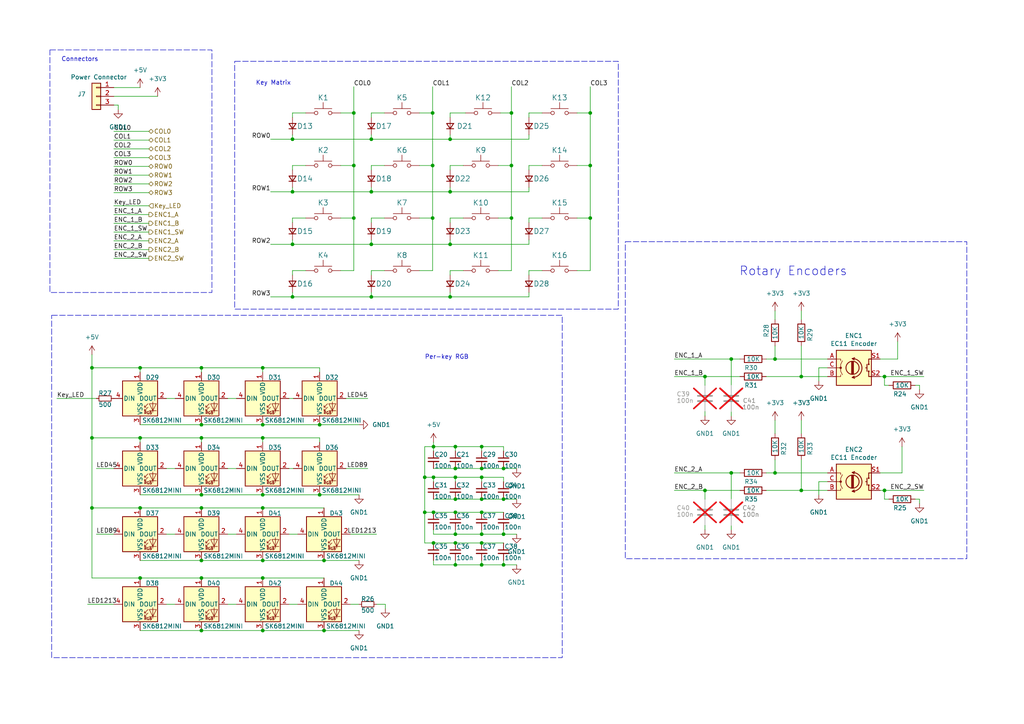
<source format=kicad_sch>
(kicad_sch (version 20230121) (generator eeschema)
  (paper "A4")
  (title_block (title "STM32 Macropad") (date "2023-12-06") (rev "1") (company "Irfaan"))
  (junction (at 76.2 182.88))
  (junction (at 125.73 138.43))
  (junction (at 123.19 148.59))
  (junction (at 40.64 167.64))
  (junction (at 148.336 48.006))
  (junction (at 212.09 137.16))
  (junction (at 204.47 109.22))
  (junction (at 204.47 142.24))
  (junction (at 125.73 157.48))
  (junction (at 107.696 40.386))
  (junction (at 58.42 106.68))
  (junction (at 123.19 138.43))
  (junction (at 102.616 32.766))
  (junction (at 84.836 55.626))
  (junction (at 146.05 154.94))
  (junction (at 84.836 86.106))
  (junction (at 232.41 109.22))
  (junction (at 171.196 32.766))
  (junction (at 76.2 167.64))
  (junction (at 102.616 63.246))
  (junction (at 76.2 106.68))
  (junction (at 148.336 63.246))
  (junction (at 125.73 148.59))
  (junction (at 76.2 123.19))
  (junction (at 256.54 142.24))
  (junction (at 76.2 127))
  (junction (at 139.7 135.89))
  (junction (at 130.556 70.866))
  (junction (at 132.08 138.43))
  (junction (at 76.2 147.32))
  (junction (at 58.42 162.56))
  (junction (at 125.476 48.006))
  (junction (at 130.556 55.626))
  (junction (at 212.09 104.14))
  (junction (at 107.696 86.106))
  (junction (at 224.79 137.16))
  (junction (at 58.42 147.32))
  (junction (at 125.73 129.54))
  (junction (at 93.98 182.88))
  (junction (at 139.7 138.43))
  (junction (at 132.08 154.94))
  (junction (at 26.67 127))
  (junction (at 107.696 70.866))
  (junction (at 76.2 162.56))
  (junction (at 146.05 163.83))
  (junction (at 58.42 127))
  (junction (at 84.836 40.386))
  (junction (at 40.64 147.32))
  (junction (at 139.7 129.54))
  (junction (at 76.2 143.51))
  (junction (at 139.7 157.48))
  (junction (at 139.7 163.83))
  (junction (at 132.08 135.89))
  (junction (at 58.42 182.88))
  (junction (at 139.7 148.59))
  (junction (at 26.67 147.32))
  (junction (at 58.42 123.19))
  (junction (at 40.64 106.68))
  (junction (at 130.556 86.106))
  (junction (at 132.08 157.48))
  (junction (at 132.08 129.54))
  (junction (at 58.42 143.51))
  (junction (at 139.7 144.78))
  (junction (at 92.71 143.51))
  (junction (at 92.71 123.19))
  (junction (at 93.98 162.56))
  (junction (at 148.336 32.766))
  (junction (at 102.616 48.006))
  (junction (at 232.41 142.24))
  (junction (at 171.196 48.006))
  (junction (at 224.79 104.14))
  (junction (at 125.476 32.766))
  (junction (at 107.696 55.626))
  (junction (at 256.54 109.22))
  (junction (at 146.05 135.89))
  (junction (at 40.64 127))
  (junction (at 125.476 63.246))
  (junction (at 130.556 40.386))
  (junction (at 146.05 144.78))
  (junction (at 132.08 144.78))
  (junction (at 26.67 106.68))
  (junction (at 139.7 154.94))
  (junction (at 84.836 70.866))
  (junction (at 58.42 167.64))
  (junction (at 132.08 148.59))
  (junction (at 171.196 63.246))
  (junction (at 132.08 163.83))
  (wire (pts (xy 107.696 63.246) (xy 111.506 63.246)))
  (wire (pts (xy 224.79 104.14) (xy 240.03 104.14)))
  (wire (pts (xy 149.86 144.78) (xy 146.05 144.78)))
  (wire (pts (xy 78.486 70.866) (xy 84.836 70.866)))
  (wire (pts (xy 125.476 25.146) (xy 125.476 32.766)))
  (wire (pts (xy 171.196 63.246) (xy 171.196 78.486)))
  (wire (pts (xy 130.556 70.866) (xy 153.416 70.866)))
  (wire (pts (xy 125.73 154.94) (xy 132.08 154.94)))
  (wire (pts (xy 106.68 115.57) (xy 100.33 115.57)))
  (wire (pts (xy 43.18 53.34) (xy 33.02 53.34)))
  (wire (pts (xy 204.47 109.22) (xy 214.63 109.22)))
  (wire (pts (xy 76.2 147.32) (xy 93.98 147.32)))
  (wire (pts (xy 224.79 100.33) (xy 224.79 104.14)))
  (wire (pts (xy 132.08 153.67) (xy 132.08 154.94)))
  (wire (pts (xy 148.336 63.246) (xy 148.336 78.486)))
  (wire (pts (xy 58.42 106.68) (xy 58.42 107.95)))
  (wire (pts (xy 139.7 129.54) (xy 139.7 130.81)))
  (wire (pts (xy 130.556 39.116) (xy 130.556 40.386)))
  (wire (pts (xy 266.7 111.76) (xy 266.7 113.03)))
  (wire (pts (xy 171.196 48.006) (xy 171.196 63.246)))
  (wire (pts (xy 132.08 138.43) (xy 132.08 139.7)))
  (wire (pts (xy 40.64 143.51) (xy 58.42 143.51)))
  (wire (pts (xy 33.02 45.72) (xy 43.18 45.72)))
  (wire (pts (xy 106.68 135.89) (xy 100.33 135.89)))
  (wire (pts (xy 130.556 78.486) (xy 130.556 79.756)))
  (wire (pts (xy 26.67 147.32) (xy 40.64 147.32)))
  (wire (pts (xy 125.73 129.54) (xy 123.19 129.54)))
  (wire (pts (xy 153.416 69.596) (xy 153.416 70.866)))
  (wire (pts (xy 40.64 182.88) (xy 58.42 182.88)))
  (wire (pts (xy 78.486 86.106) (xy 84.836 86.106)))
  (wire (pts (xy 139.7 163.83) (xy 146.05 163.83)))
  (wire (pts (xy 123.19 148.59) (xy 125.73 148.59)))
  (wire (pts (xy 123.19 129.54) (xy 123.19 138.43)))
  (wire (pts (xy 84.836 48.006) (xy 88.646 48.006)))
  (wire (pts (xy 255.27 109.22) (xy 256.54 109.22)))
  (wire (pts (xy 78.486 40.386) (xy 84.836 40.386)))
  (wire (pts (xy 58.42 162.56) (xy 76.2 162.56)))
  (wire (pts (xy 132.08 162.56) (xy 132.08 163.83)))
  (wire (pts (xy 195.58 104.14) (xy 212.09 104.14)))
  (wire (pts (xy 33.02 48.26) (xy 43.18 48.26)))
  (wire (pts (xy 107.696 54.356) (xy 107.696 55.626)))
  (wire (pts (xy 153.416 84.836) (xy 153.416 86.106)))
  (wire (pts (xy 27.94 135.89) (xy 33.02 135.89)))
  (wire (pts (xy 144.526 48.006) (xy 148.336 48.006)))
  (wire (pts (xy 121.666 78.486) (xy 125.476 78.486)))
  (wire (pts (xy 34.29 31.75) (xy 34.29 30.48)))
  (wire (pts (xy 224.79 133.35) (xy 224.79 137.16)))
  (wire (pts (xy 84.836 55.626) (xy 107.696 55.626)))
  (wire (pts (xy 212.09 137.16) (xy 195.58 137.16)))
  (wire (pts (xy 84.836 69.596) (xy 84.836 70.866)))
  (wire (pts (xy 40.64 106.68) (xy 58.42 106.68)))
  (wire (pts (xy 66.04 135.89) (xy 68.58 135.89)))
  (wire (pts (xy 232.41 90.17) (xy 232.41 92.71)))
  (wire (pts (xy 83.82 135.89) (xy 85.09 135.89)))
  (wire (pts (xy 153.416 32.766) (xy 157.226 32.766)))
  (wire (pts (xy 107.696 78.486) (xy 111.506 78.486)))
  (wire (pts (xy 224.79 137.16) (xy 240.03 137.16)))
  (wire (pts (xy 232.41 100.33) (xy 232.41 109.22)))
  (wire (pts (xy 26.67 167.64) (xy 40.64 167.64)))
  (wire (pts (xy 153.416 78.486) (xy 153.416 79.756)))
  (wire (pts (xy 132.08 163.83) (xy 139.7 163.83)))
  (wire (pts (xy 139.7 154.94) (xy 146.05 154.94)))
  (wire (pts (xy 125.73 129.54) (xy 132.08 129.54)))
  (wire (pts (xy 40.64 162.56) (xy 58.42 162.56)))
  (wire (pts (xy 58.42 143.51) (xy 76.2 143.51)))
  (wire (pts (xy 84.836 78.486) (xy 88.646 78.486)))
  (wire (pts (xy 153.416 54.356) (xy 153.416 55.626)))
  (wire (pts (xy 153.416 63.246) (xy 153.416 64.516)))
  (wire (pts (xy 212.09 137.16) (xy 214.63 137.16)))
  (wire (pts (xy 98.806 78.486) (xy 102.616 78.486)))
  (wire (pts (xy 167.386 48.006) (xy 171.196 48.006)))
  (wire (pts (xy 121.666 32.766) (xy 125.476 32.766)))
  (wire (pts (xy 204.47 111.76) (xy 204.47 109.22)))
  (wire (pts (xy 84.836 54.356) (xy 84.836 55.626)))
  (wire (pts (xy 204.47 152.4) (xy 204.47 153.67)))
  (wire (pts (xy 107.696 84.836) (xy 107.696 86.106)))
  (wire (pts (xy 83.82 175.26) (xy 86.36 175.26)))
  (wire (pts (xy 260.35 104.14) (xy 260.35 99.06)))
  (wire (pts (xy 43.18 69.85) (xy 33.02 69.85)))
  (wire (pts (xy 149.86 154.94) (xy 146.05 154.94)))
  (wire (pts (xy 240.03 109.22) (xy 232.41 109.22)))
  (wire (pts (xy 130.556 32.766) (xy 130.556 34.036)))
  (wire (pts (xy 222.25 137.16) (xy 224.79 137.16)))
  (wire (pts (xy 232.41 121.92) (xy 232.41 125.73)))
  (wire (pts (xy 153.416 32.766) (xy 153.416 34.036)))
  (wire (pts (xy 265.43 144.78) (xy 266.7 144.78)))
  (wire (pts (xy 125.476 48.006) (xy 125.476 63.246)))
  (wire (pts (xy 84.836 32.766) (xy 84.836 34.036)))
  (wire (pts (xy 153.416 48.006) (xy 153.416 49.276)))
  (wire (pts (xy 125.73 148.59) (xy 132.08 148.59)))
  (wire (pts (xy 153.416 63.246) (xy 157.226 63.246)))
  (wire (pts (xy 224.79 121.92) (xy 224.79 125.73)))
  (wire (pts (xy 212.09 104.14) (xy 212.09 111.76)))
  (wire (pts (xy 98.806 63.246) (xy 102.616 63.246)))
  (wire (pts (xy 43.18 64.77) (xy 33.02 64.77)))
  (wire (pts (xy 212.09 120.65) (xy 212.09 119.38)))
  (wire (pts (xy 132.08 138.43) (xy 139.7 138.43)))
  (wire (pts (xy 48.26 175.26) (xy 50.8 175.26)))
  (wire (pts (xy 76.2 143.51) (xy 92.71 143.51)))
  (wire (pts (xy 76.2 123.19) (xy 92.71 123.19)))
  (wire (pts (xy 107.696 69.596) (xy 107.696 70.866)))
  (wire (pts (xy 123.19 148.59) (xy 123.19 157.48)))
  (wire (pts (xy 76.2 106.68) (xy 76.2 107.95)))
  (wire (pts (xy 48.26 115.57) (xy 50.8 115.57)))
  (wire (pts (xy 26.67 102.87) (xy 26.67 106.68)))
  (wire (pts (xy 132.08 157.48) (xy 139.7 157.48)))
  (wire (pts (xy 84.836 84.836) (xy 84.836 86.106)))
  (wire (pts (xy 45.72 27.94) (xy 33.02 27.94)))
  (wire (pts (xy 84.836 86.106) (xy 107.696 86.106)))
  (wire (pts (xy 153.416 48.006) (xy 157.226 48.006)))
  (wire (pts (xy 58.42 167.64) (xy 76.2 167.64)))
  (wire (pts (xy 40.64 106.68) (xy 40.64 107.95)))
  (wire (pts (xy 261.62 137.16) (xy 261.62 129.54)))
  (wire (pts (xy 83.82 154.94) (xy 86.36 154.94)))
  (wire (pts (xy 132.08 135.89) (xy 139.7 135.89)))
  (wire (pts (xy 58.42 182.88) (xy 76.2 182.88)))
  (wire (pts (xy 84.836 70.866) (xy 107.696 70.866)))
  (wire (pts (xy 83.82 115.57) (xy 85.09 115.57)))
  (wire (pts (xy 125.73 138.43) (xy 132.08 138.43)))
  (wire (pts (xy 232.41 142.24) (xy 240.03 142.24)))
  (wire (pts (xy 107.696 32.766) (xy 111.506 32.766)))
  (wire (pts (xy 130.556 63.246) (xy 130.556 64.516)))
  (wire (pts (xy 40.64 167.64) (xy 58.42 167.64)))
  (wire (pts (xy 102.616 32.766) (xy 102.616 48.006)))
  (wire (pts (xy 148.336 25.146) (xy 148.336 32.766)))
  (wire (pts (xy 66.04 175.26) (xy 68.58 175.26)))
  (wire (pts (xy 130.556 63.246) (xy 134.366 63.246)))
  (wire (pts (xy 212.09 137.16) (xy 212.09 144.78)))
  (wire (pts (xy 195.58 109.22) (xy 204.47 109.22)))
  (wire (pts (xy 256.54 144.78) (xy 256.54 142.24)))
  (wire (pts (xy 84.836 40.386) (xy 107.696 40.386)))
  (wire (pts (xy 240.03 139.7) (xy 237.49 139.7)))
  (wire (pts (xy 58.42 127) (xy 76.2 127)))
  (wire (pts (xy 130.556 40.386) (xy 153.416 40.386)))
  (wire (pts (xy 130.556 78.486) (xy 134.366 78.486)))
  (wire (pts (xy 102.616 63.246) (xy 102.616 78.486)))
  (wire (pts (xy 40.64 127) (xy 58.42 127)))
  (wire (pts (xy 132.08 129.54) (xy 139.7 129.54)))
  (wire (pts (xy 66.04 154.94) (xy 68.58 154.94)))
  (wire (pts (xy 257.81 111.76) (xy 256.54 111.76)))
  (wire (pts (xy 237.49 106.68) (xy 237.49 110.49)))
  (wire (pts (xy 25.4 175.26) (xy 33.02 175.26)))
  (wire (pts (xy 130.556 54.356) (xy 130.556 55.626)))
  (wire (pts (xy 148.336 48.006) (xy 148.336 63.246)))
  (wire (pts (xy 240.03 106.68) (xy 237.49 106.68)))
  (wire (pts (xy 130.556 48.006) (xy 130.556 49.276)))
  (wire (pts (xy 40.64 147.32) (xy 58.42 147.32)))
  (wire (pts (xy 76.2 167.64) (xy 93.98 167.64)))
  (wire (pts (xy 78.486 55.626) (xy 84.836 55.626)))
  (wire (pts (xy 139.7 148.59) (xy 146.05 148.59)))
  (wire (pts (xy 84.836 78.486) (xy 84.836 79.756)))
  (wire (pts (xy 204.47 142.24) (xy 195.58 142.24)))
  (wire (pts (xy 256.54 142.24) (xy 267.97 142.24)))
  (wire (pts (xy 171.196 32.766) (xy 171.196 48.006)))
  (wire (pts (xy 26.67 127) (xy 26.67 147.32)))
  (wire (pts (xy 125.476 63.246) (xy 125.476 78.486)))
  (wire (pts (xy 33.02 43.18) (xy 43.18 43.18)))
  (wire (pts (xy 237.49 139.7) (xy 237.49 143.51)))
  (wire (pts (xy 125.73 163.83) (xy 132.08 163.83)))
  (wire (pts (xy 102.616 25.146) (xy 102.616 32.766)))
  (wire (pts (xy 43.18 72.39) (xy 33.02 72.39)))
  (wire (pts (xy 104.14 162.56) (xy 93.98 162.56)))
  (wire (pts (xy 121.666 48.006) (xy 125.476 48.006)))
  (wire (pts (xy 149.86 135.89) (xy 146.05 135.89)))
  (wire (pts (xy 266.7 144.78) (xy 266.7 146.05)))
  (wire (pts (xy 232.41 133.35) (xy 232.41 142.24)))
  (wire (pts (xy 40.64 25.4) (xy 33.02 25.4)))
  (wire (pts (xy 98.806 48.006) (xy 102.616 48.006)))
  (wire (pts (xy 34.29 30.48) (xy 33.02 30.48)))
  (wire (pts (xy 76.2 162.56) (xy 93.98 162.56)))
  (wire (pts (xy 107.696 78.486) (xy 107.696 79.756)))
  (wire (pts (xy 145.161 32.766) (xy 148.336 32.766)))
  (wire (pts (xy 123.19 157.48) (xy 125.73 157.48)))
  (wire (pts (xy 212.09 153.67) (xy 212.09 152.4)))
  (wire (pts (xy 256.54 109.22) (xy 267.97 109.22)))
  (wire (pts (xy 130.556 69.596) (xy 130.556 70.866)))
  (wire (pts (xy 222.25 109.22) (xy 232.41 109.22)))
  (wire (pts (xy 104.14 182.88) (xy 93.98 182.88)))
  (wire (pts (xy 107.696 40.386) (xy 130.556 40.386)))
  (wire (pts (xy 26.67 106.68) (xy 26.67 127)))
  (wire (pts (xy 125.73 138.43) (xy 125.73 139.7)))
  (wire (pts (xy 84.836 48.006) (xy 84.836 49.276)))
  (wire (pts (xy 40.64 123.19) (xy 58.42 123.19)))
  (wire (pts (xy 111.76 175.26) (xy 111.76 176.53)))
  (wire (pts (xy 76.2 182.88) (xy 93.98 182.88)))
  (wire (pts (xy 171.196 25.146) (xy 171.196 32.766)))
  (wire (pts (xy 107.696 39.116) (xy 107.696 40.386)))
  (wire (pts (xy 92.71 106.68) (xy 92.71 107.95)))
  (wire (pts (xy 256.54 111.76) (xy 256.54 109.22)))
  (wire (pts (xy 204.47 142.24) (xy 214.63 142.24)))
  (wire (pts (xy 43.18 59.69) (xy 33.02 59.69)))
  (wire (pts (xy 130.556 55.626) (xy 153.416 55.626)))
  (wire (pts (xy 222.25 104.14) (xy 224.79 104.14)))
  (wire (pts (xy 98.806 32.766) (xy 102.616 32.766)))
  (wire (pts (xy 125.476 32.766) (xy 125.476 48.006)))
  (wire (pts (xy 107.696 48.006) (xy 107.696 49.276)))
  (wire (pts (xy 139.7 162.56) (xy 139.7 163.83)))
  (wire (pts (xy 255.27 104.14) (xy 260.35 104.14)))
  (wire (pts (xy 58.42 127) (xy 58.42 128.27)))
  (wire (pts (xy 84.836 39.116) (xy 84.836 40.386)))
  (wire (pts (xy 125.73 157.48) (xy 132.08 157.48)))
  (wire (pts (xy 107.696 63.246) (xy 107.696 64.516)))
  (wire (pts (xy 107.696 55.626) (xy 130.556 55.626)))
  (wire (pts (xy 139.7 129.54) (xy 146.05 129.54)))
  (wire (pts (xy 43.18 62.23) (xy 33.02 62.23)))
  (wire (pts (xy 224.79 90.17) (xy 224.79 92.71)))
  (wire (pts (xy 84.836 32.766) (xy 88.646 32.766)))
  (wire (pts (xy 26.67 147.32) (xy 26.67 167.64)))
  (wire (pts (xy 58.42 123.19) (xy 76.2 123.19)))
  (wire (pts (xy 76.2 106.68) (xy 92.71 106.68)))
  (wire (pts (xy 92.71 127) (xy 92.71 128.27)))
  (wire (pts (xy 123.19 138.43) (xy 123.19 148.59)))
  (wire (pts (xy 107.696 70.866) (xy 130.556 70.866)))
  (wire (pts (xy 101.6 175.26) (xy 104.14 175.26)))
  (wire (pts (xy 125.73 128.27) (xy 125.73 129.54)))
  (wire (pts (xy 167.386 63.246) (xy 171.196 63.246)))
  (wire (pts (xy 58.42 106.68) (xy 76.2 106.68)))
  (wire (pts (xy 130.556 84.836) (xy 130.556 86.106)))
  (wire (pts (xy 139.7 144.78) (xy 146.05 144.78)))
  (wire (pts (xy 139.7 153.67) (xy 139.7 154.94)))
  (wire (pts (xy 40.64 127) (xy 40.64 128.27)))
  (wire (pts (xy 121.666 63.246) (xy 125.476 63.246)))
  (wire (pts (xy 167.386 78.486) (xy 171.196 78.486)))
  (wire (pts (xy 125.73 162.56) (xy 125.73 163.83)))
  (wire (pts (xy 139.7 135.89) (xy 146.05 135.89)))
  (wire (pts (xy 125.73 153.67) (xy 125.73 154.94)))
  (wire (pts (xy 107.696 32.766) (xy 107.696 34.036)))
  (wire (pts (xy 167.386 32.766) (xy 171.196 32.766)))
  (wire (pts (xy 43.18 67.31) (xy 33.02 67.31)))
  (wire (pts (xy 104.14 143.51) (xy 92.71 143.51)))
  (wire (pts (xy 130.556 48.006) (xy 134.366 48.006)))
  (wire (pts (xy 139.7 138.43) (xy 146.05 138.43)))
  (wire (pts (xy 139.7 157.48) (xy 146.05 157.48)))
  (wire (pts (xy 130.556 32.766) (xy 135.001 32.766)))
  (wire (pts (xy 125.73 129.54) (xy 125.73 130.81)))
  (wire (pts (xy 149.86 163.83) (xy 146.05 163.83)))
  (wire (pts (xy 132.08 154.94) (xy 139.7 154.94)))
  (wire (pts (xy 255.27 142.24) (xy 256.54 142.24)))
  (wire (pts (xy 33.02 55.88) (xy 43.18 55.88)))
  (wire (pts (xy 222.25 142.24) (xy 232.41 142.24)))
  (wire (pts (xy 265.43 111.76) (xy 266.7 111.76)))
  (wire (pts (xy 130.556 86.106) (xy 153.416 86.106)))
  (wire (pts (xy 66.04 115.57) (xy 68.58 115.57)))
  (wire (pts (xy 139.7 138.43) (xy 139.7 139.7)))
  (wire (pts (xy 102.616 48.006) (xy 102.616 63.246)))
  (wire (pts (xy 84.836 63.246) (xy 84.836 64.516)))
  (wire (pts (xy 212.09 104.14) (xy 214.63 104.14)))
  (wire (pts (xy 257.81 144.78) (xy 256.54 144.78)))
  (wire (pts (xy 43.18 74.93) (xy 33.02 74.93)))
  (wire (pts (xy 132.08 148.59) (xy 139.7 148.59)))
  (wire (pts (xy 48.26 135.89) (xy 50.8 135.89)))
  (wire (pts (xy 33.02 38.1) (xy 43.18 38.1)))
  (wire (pts (xy 144.526 63.246) (xy 148.336 63.246)))
  (wire (pts (xy 123.19 138.43) (xy 125.73 138.43)))
  (wire (pts (xy 144.526 78.486) (xy 148.336 78.486)))
  (wire (pts (xy 125.73 135.89) (xy 132.08 135.89)))
  (wire (pts (xy 132.08 129.54) (xy 132.08 130.81)))
  (wire (pts (xy 132.08 144.78) (xy 139.7 144.78)))
  (wire (pts (xy 146.05 153.67) (xy 146.05 154.94)))
  (wire (pts (xy 107.696 86.106) (xy 130.556 86.106)))
  (wire (pts (xy 153.416 78.486) (xy 157.226 78.486)))
  (wire (pts (xy 109.22 154.94) (xy 101.6 154.94)))
  (wire (pts (xy 16.51 115.57) (xy 27.94 115.57)))
  (wire (pts (xy 153.416 39.116) (xy 153.416 40.386)))
  (wire (pts (xy 27.94 154.94) (xy 33.02 154.94)))
  (wire (pts (xy 33.02 50.8) (xy 43.18 50.8)))
  (wire (pts (xy 48.26 154.94) (xy 50.8 154.94)))
  (wire (pts (xy 204.47 144.78) (xy 204.47 142.24)))
  (wire (pts (xy 26.67 106.68) (xy 40.64 106.68)))
  (wire (pts (xy 148.336 32.766) (xy 148.336 48.006)))
  (wire (pts (xy 255.27 137.16) (xy 261.62 137.16)))
  (wire (pts (xy 146.05 129.54) (xy 146.05 130.81)))
  (wire (pts (xy 204.47 119.38) (xy 204.47 120.65)))
  (wire (pts (xy 58.42 147.32) (xy 76.2 147.32)))
  (wire (pts (xy 109.22 175.26) (xy 111.76 175.26)))
  (wire (pts (xy 125.73 144.78) (xy 132.08 144.78)))
  (wire (pts (xy 76.2 127) (xy 76.2 128.27)))
  (wire (pts (xy 33.02 40.64) (xy 43.18 40.64)))
  (wire (pts (xy 26.67 127) (xy 40.64 127)))
  (wire (pts (xy 146.05 162.56) (xy 146.05 163.83)))
  (wire (pts (xy 107.696 48.006) (xy 111.506 48.006)))
  (wire (pts (xy 84.836 63.246) (xy 88.646 63.246)))
  (wire (pts (xy 146.05 138.43) (xy 146.05 139.7)))
  (wire (pts (xy 104.14 123.19) (xy 92.71 123.19)))
  (wire (pts (xy 76.2 127) (xy 92.71 127)))
  (rectangle (start 181.356 70.104) (end 280.416 162.052) (stroke (width 0) (type dash)))
  (rectangle (start 14.986 91.44) (end 163.068 190.754) (stroke (width 0) (type dash)))
  (rectangle (start 68.072 17.78) (end 179.324 89.662) (stroke (width 0) (type dash)))
  (rectangle (start 14.478 14.478) (end 61.468 84.836) (stroke (width 0) (type dash)))
  (text "Per-key RGB" (at 123.19 104.394 0) (effects (font (size 1.27 1.27)) (justify left bottom)))
  (text "Rotary Encoders" (at 214.376 80.264 0) (effects (font (size 2.54 2.54)) (justify left bottom)))
  (text "Key Matrix\n" (at 74.168 24.892 0) (effects (font (size 1.27 1.27)) (justify left bottom)))
  (text "Connectors\n" (at 17.78 18.034 0) (effects (font (size 1.27 1.27)) (justify left bottom)))
  (label "ROW1" (at 33.02 50.8 0))
  (label "COL1" (at 33.02 40.64 0))
  (label "ENC_1_SW" (at 33.02 67.31 0))
  (label "ENC_2_A" (at 195.58 137.16 0))
  (label "LED89" (at 27.94 154.94 0))
  (label "LED45" (at 106.68 115.57 180))
  (label "ROW2" (at 78.486 70.866 180))
  (label "COL1" (at 125.476 25.146 0))
  (label "Key_LED" (at 33.02 59.69 0))
  (label "ENC_2_SW" (at 33.02 74.93 0))
  (label "LED45" (at 27.94 135.89 0))
  (label "ENC_1_A" (at 195.58 104.14 0))
  (label "ENC_2_B" (at 195.58 142.24 0))
  (label "ENC_2_B" (at 33.02 72.39 0))
  (label "COL0" (at 102.616 25.146 0))
  (label "COL2" (at 148.336 25.146 0))
  (label "COL3" (at 171.196 25.146 0))
  (label "LED1213" (at 109.22 154.94 180))
  (label "ROW3" (at 78.486 86.106 180))
  (label "ROW0" (at 33.02 48.26 0))
  (label "LED89" (at 106.68 135.89 180))
  (label "ENC_1_B" (at 33.02 64.77 0))
  (label "COL2" (at 33.02 43.18 0))
  (label "ENC_1_B" (at 195.58 109.22 0))
  (label "LED1213" (at 25.4 175.26 0))
  (label "ROW3" (at 33.02 55.88 0))
  (label "ENC_1_A" (at 33.02 62.23 0))
  (label "ROW1" (at 78.486 55.626 180))
  (label "ROW0" (at 78.486 40.386 180))
  (label "ENC_1_SW" (at 267.97 109.22 180))
  (label "ROW2" (at 33.02 53.34 0))
  (label "COL0" (at 33.02 38.1 0))
  (label "Key_LED" (at 16.51 115.57 0))
  (label "ENC_2_SW" (at 267.97 142.24 180))
  (label "ENC_2_A" (at 33.02 69.85 0))
  (label "COL3" (at 33.02 45.72 0))
  (hierarchical_label "ROW0" (shape bidirectional) (at 43.18 48.26 0))
  (hierarchical_label "ENC1_A" (shape output) (at 43.18 62.23 0))
  (hierarchical_label "COL0" (shape bidirectional) (at 43.18 38.1 0))
  (hierarchical_label "ENC2_A" (shape output) (at 43.18 69.85 0))
  (hierarchical_label "ROW2" (shape bidirectional) (at 43.18 53.34 0))
  (hierarchical_label "ROW1" (shape bidirectional) (at 43.18 50.8 0))
  (hierarchical_label "ENC2_SW" (shape output) (at 43.18 74.93 0))
  (hierarchical_label "Key_LED" (shape input) (at 43.18 59.69 0))
  (hierarchical_label "ENC1_SW" (shape output) (at 43.18 67.31 0))
  (hierarchical_label "COL2" (shape bidirectional) (at 43.18 43.18 0))
  (hierarchical_label "ENC1_B" (shape output) (at 43.18 64.77 0))
  (hierarchical_label "ENC2_B" (shape output) (at 43.18 72.39 0))
  (hierarchical_label "ROW3" (shape bidirectional) (at 43.18 55.88 0))
  (hierarchical_label "COL1" (shape bidirectional) (at 43.18 40.64 0))
  (hierarchical_label "COL3" (shape bidirectional) (at 43.18 45.72 0))
  (symbol (lib_id "Switch:SW_Push") (at 140.081 32.766 0) (mirror y) (unit 1)
    (property "Reference" "K12" (at 140.081 28.321 0) (effects (font (size 1.524 1.524))))
    (property "Value" "Kailh Hotswap Socket" (effects hide))
    (property "Footprint" "KicadFootprints:Kailh_socket_MX_platemount" (effects hide))
    (property "Notes" "Not available from Digikey / LCSC" (effects hide))
    (property "MPN" "CPG151101S11" (effects hide))
    (property "Manufacturer" "Kailh Switch" (effects hide))
    (property "Substitue Allowed?" "N" (effects hide))
    (instances (project "Macropad_STM32" (path "" (reference "K12") (unit 1))) (project "Hub16" (path "" (reference "K11") (unit 1))))
  )
  (symbol (lib_id "Connector_Generic:Conn_01x03") (at 27.94 27.94 0) (mirror y) (unit 1)
    (property "Reference" "J7" (at 24.892 27.305 0) (effects (justify left)))
    (property "Value" "Power Connector" (at 36.83 22.352 0) (effects (justify left)))
    (property "Footprint" "Connector_JST:JST_EH_B3B-EH-A_1x03_P2.50mm_Vertical" (effects hide))
    (instances (project "Macropad_STM32" (path "" (reference "J7") (unit 1)) (path "" (reference "POWER2") (unit 1))))
  )
  (symbol (lib_id "Switch:SW_Push") (at 162.306 48.006 0) (mirror y) (unit 1)
    (property "Reference" "K14" (at 162.306 43.561 0) (effects (font (size 1.524 1.524))))
    (property "Value" "Kailh Hotswap Socket" (effects hide))
    (property "Footprint" "KicadFootprints:Kailh_socket_MX_platemount" (effects hide))
    (property "Notes" "Not available from Digikey / LCSC" (effects hide))
    (property "MPN" "CPG151101S11" (effects hide))
    (property "Manufacturer" "Kailh Switch" (effects hide))
    (property "Substitue Allowed?" "N" (effects hide))
    (instances (project "Macropad_STM32" (path "" (reference "K14") (unit 1))) (project "Hub16" (path "" (reference "K17") (unit 1))))
  )
  (symbol (lib_id "Switch:SW_Push") (at 116.586 32.766 0) (mirror y) (unit 1)
    (property "Reference" "K5" (at 116.586 28.321 0) (effects (font (size 1.524 1.524))))
    (property "Value" "Kailh Hotswap Socket" (effects hide))
    (property "Footprint" "KicadFootprints:Kailh_socket_MX_platemount" (effects hide))
    (property "Notes" "Not available from Digikey / LCSC" (effects hide))
    (property "MPN" "CPG151101S11" (effects hide))
    (property "Manufacturer" "Kailh Switch" (effects hide))
    (property "Substitue Allowed?" "N" (effects hide))
    (instances (project "Macropad_STM32" (path "" (reference "K5") (unit 1))) (project "Hub16" (path "" (reference "K6") (unit 1))))
  )
  (symbol (lib_id "Device:C_Small") (at 125.73 151.13 0) (unit 1)
    (property "Reference" "C35" (at 125.984 149.606 0) (effects (justify left)))
    (property "Value" "100n" (at 125.984 152.908 0) (effects (justify left)))
    (property "Footprint" "Capacitor_SMD:C_0603_1608Metric_Pad1.08x0.95mm_HandSolder" (effects hide))
    (instances (project "Macropad_STM32" (path "" (reference "C35") (unit 1)) (path "" (reference "C45") (unit 1))))
  )
  (symbol (lib_id "power:GND1") (at 104.14 143.51 0) (unit 1)
    (property "Reference" "#PWR017" (effects hide))
    (property "Value" "GND1" (at 104.14 148.59 0))
  )
  (symbol (lib_id "Switch:SW_Push") (at 116.586 63.246 0) (mirror y) (unit 1)
    (property "Reference" "K7" (at 116.586 58.801 0) (effects (font (size 1.524 1.524))))
    (property "Value" "Kailh Hotswap Socket" (effects hide))
    (property "Footprint" "KicadFootprints:Kailh_socket_MX_platemount" (effects hide))
    (property "Notes" "Not available from Digikey / LCSC" (effects hide))
    (property "MPN" "CPG151101S11" (effects hide))
    (property "Manufacturer" "Kailh Switch" (effects hide))
    (property "Substitue Allowed?" "N" (effects hide))
    (instances (project "Macropad_STM32" (path "" (reference "K7") (unit 1))) (project "Hub16" (path "" (reference "K8") (unit 1))))
  )
  (symbol (lib_id "Device:C_Small") (at 139.7 160.02 0) (unit 1)
    (property "Reference" "C37" (at 139.954 158.496 0) (effects (justify left)))
    (property "Value" "100n" (at 139.954 161.798 0) (effects (justify left)))
    (property "Footprint" "Capacitor_SMD:C_0603_1608Metric_Pad1.08x0.95mm_HandSolder" (effects hide))
    (instances (project "Macropad_STM32" (path "" (reference "C37") (unit 1)) (path "" (reference "C57") (unit 1))))
  )
  (symbol (lib_id "Device:C_Small") (at 132.08 133.35 0) (unit 1)
    (property "Reference" "C21" (at 132.334 131.826 0) (effects (justify left)))
    (property "Value" "100n" (at 132.334 135.128 0) (effects (justify left)))
    (property "Footprint" "Capacitor_SMD:C_0603_1608Metric_Pad1.08x0.95mm_HandSolder" (effects hide))
    (instances (project "Macropad_STM32" (path "" (reference "C21") (unit 1)) (path "" (reference "C46") (unit 1))))
  )
  (symbol (lib_id "power:GND1") (at 34.29 31.75 0) (unit 1)
    (property "Reference" "#PWR012" (effects hide))
    (property "Value" "GND1" (at 34.29 36.83 0))
  )
  (symbol (lib_id "Device:D_Small") (at 84.836 51.816 90) (unit 1)
    (property "Reference" "D14" (at 86.106 51.816 90) (effects (font (size 1.524 1.524)) (justify right)))
    (property "Value" "1N4148" (effects hide))
    (property "Footprint" "Diode_SMD:D_SOD-123" (effects hide))
    (property "LCSC" "C83528" (effects hide))
    (property "MPN" "1N4148W-7-F" (effects hide))
    (property "DigiKey" "1N4148W-FDICT-ND\r" (effects hide))
    (property "Substitue Allowed?" "Y - Any 1N4148" (effects hide))
    (property "Manufacturer" "Diodes Inc\r" (effects hide))
    (instances (project "Macropad_STM32" (path "" (reference "D14") (unit 1))) (project "Hub16" (path "" (reference "D6") (unit 1))))
  )
  (symbol (lib_id "LED:SK6812MINI") (at 76.2 135.89 0) (unit 1)
    (property "Reference" "D35" (at 79.756 129.794 0))
    (property "Value" "SK6812MINI" (at 82.55 142.24 0))
    (property "Footprint" "KicadFootprints:SK6812-MINI-E" (effects hide))
    (property "Datasheet" "https://cdn-shop.adafruit.com/product-files/2686/SK6812MINI_REV.01-1-2.pdf" (effects hide))
  )
  (symbol (lib_id "Switch:SW_Push") (at 116.586 48.006 0) (mirror y) (unit 1)
    (property "Reference" "K6" (at 116.586 43.561 0) (effects (font (size 1.524 1.524))))
    (property "Value" "Kailh Hotswap Socket" (effects hide))
    (property "Footprint" "KicadFootprints:Kailh_socket_MX_platemount" (effects hide))
    (property "Notes" "Not available from Digikey / LCSC" (effects hide))
    (property "MPN" "CPG151101S11" (effects hide))
    (property "Manufacturer" "Kailh Switch" (effects hide))
    (property "Substitue Allowed?" "N" (effects hide))
    (instances (project "Macropad_STM32" (path "" (reference "K6") (unit 1))) (project "Hub16" (path "" (reference "K7") (unit 1))))
  )
  (symbol (lib_id "Switch:SW_Push") (at 139.446 78.486 0) (mirror y) (unit 1)
    (property "Reference" "K11" (at 139.446 74.041 0) (effects (font (size 1.524 1.524))))
    (property "Value" "Kailh Hotswap Socket" (effects hide))
    (property "Footprint" "KicadFootprints:Kailh_socket_MX_platemount" (effects hide))
    (property "Notes" "Not available from Digikey / LCSC" (effects hide))
    (property "MPN" "CPG151101S11" (effects hide))
    (property "Manufacturer" "Kailh Switch" (effects hide))
    (property "Substitue Allowed?" "N" (effects hide))
    (instances (project "Macropad_STM32" (path "" (reference "K11") (unit 1))) (project "Hub16" (path "" (reference "K14") (unit 1))))
  )
  (symbol (lib_id "Device:R") (at 224.79 96.52 180) (unit 1)
    (property "Reference" "R28" (at 222.25 93.98 90) (effects (justify left)))
    (property "Value" "10K" (at 224.79 94.615 90) (effects (justify left)))
    (property "Footprint" "Resistor_SMD:R_0805_2012Metric_Pad1.20x1.40mm_HandSolder" (effects hide))
    (property "DigiKey" "CR0603-JW-103ELFCT-ND  \r" (effects hide))
    (property "MPN" "CR0603-JW-103ELF \r" (effects hide))
    (property "Substitue Allowed?" "Y  - Same spec" (effects hide))
    (property "LCSC" "C144116\r" (effects hide))
    (property "Manufacturer" "Bourns\r" (effects hide))
    (property "Notes" "LCSC: Substitute PN\r" (effects hide))
    (instances (project "Macropad_STM32" (path "" (reference "R28") (unit 1))) (project "Hub16" (path "" (reference "R8") (unit 1))))
  )
  (symbol (lib_id "Device:D_Small") (at 107.696 67.056 90) (unit 1)
    (property "Reference" "D19" (at 108.966 67.056 90) (effects (font (size 1.524 1.524)) (justify right)))
    (property "Value" "1N4148" (effects hide))
    (property "Footprint" "Diode_SMD:D_SOD-123" (effects hide))
    (property "LCSC" "C83528" (effects hide))
    (property "MPN" "1N4148W-7-F" (effects hide))
    (property "DigiKey" "1N4148W-FDICT-ND\r" (effects hide))
    (property "Substitue Allowed?" "Y - Any 1N4148" (effects hide))
    (property "Manufacturer" "Diodes Inc\r" (effects hide))
    (instances (project "Macropad_STM32" (path "" (reference "D19") (unit 1))) (project "Hub16" (path "" (reference "D13") (unit 1))))
  )
  (symbol (lib_id "Device:C_Small") (at 146.05 133.35 0) (unit 1)
    (property "Reference" "C30" (at 146.304 131.826 0) (effects (justify left)))
    (property "Value" "100n" (at 146.304 135.128 0) (effects (justify left)))
    (property "Footprint" "Capacitor_SMD:C_0603_1608Metric_Pad1.08x0.95mm_HandSolder" (effects hide))
    (instances (project "Macropad_STM32" (path "" (reference "C30") (unit 1)) (path "" (reference "C52") (unit 1))))
  )
  (symbol (lib_id "LED:SK6812MINI") (at 40.64 135.89 0) (unit 1)
    (property "Reference" "D33" (at 44.196 129.794 0))
    (property "Value" "SK6812MINI" (at 46.99 142.24 0))
    (property "Footprint" "KicadFootprints:SK6812-MINI-E" (effects hide))
    (property "Datasheet" "https://cdn-shop.adafruit.com/product-files/2686/SK6812MINI_REV.01-1-2.pdf" (effects hide))
  )
  (symbol (lib_id "LED:SK6812MINI") (at 93.98 175.26 0) (unit 1)
    (property "Reference" "D44" (at 97.536 169.164 0))
    (property "Value" "SK6812MINI" (at 100.33 181.61 0))
    (property "Footprint" "KicadFootprints:SK6812-MINI-E" (effects hide))
    (property "Datasheet" "https://cdn-shop.adafruit.com/product-files/2686/SK6812MINI_REV.01-1-2.pdf" (effects hide))
  )
  (symbol (lib_id "power:GND1") (at 104.14 123.19 90) (unit 1)
    (property "Reference" "#PWR014" (effects hide))
    (property "Value" "GND1" (at 107.95 123.19 90) (effects (justify right)))
  )
  (symbol (lib_id "Device:D_Small") (at 130.556 67.056 90) (unit 1)
    (property "Reference" "D23" (at 131.826 67.056 90) (effects (font (size 1.524 1.524)) (justify right)))
    (property "Value" "1N4148" (effects hide))
    (property "Footprint" "Diode_SMD:D_SOD-123" (effects hide))
    (property "LCSC" "C83528" (effects hide))
    (property "MPN" "1N4148W-7-F" (effects hide))
    (property "DigiKey" "1N4148W-FDICT-ND\r" (effects hide))
    (property "Substitue Allowed?" "Y - Any 1N4148" (effects hide))
    (property "Manufacturer" "Diodes Inc\r" (effects hide))
    (instances (project "Macropad_STM32" (path "" (reference "D23") (unit 1))) (project "Hub16" (path "" (reference "D19") (unit 1))))
  )
  (symbol (lib_id "LED:SK6812MINI") (at 92.71 115.57 0) (unit 1)
    (property "Reference" "D32" (at 96.266 109.474 0))
    (property "Value" "SK6812MINI" (at 99.06 121.92 0))
    (property "Footprint" "KicadFootprints:SK6812-MINI-E" (effects hide))
    (property "Datasheet" "https://cdn-shop.adafruit.com/product-files/2686/SK6812MINI_REV.01-1-2.pdf" (effects hide))
  )
  (symbol (lib_id "Device:D_Small") (at 130.556 36.576 90) (unit 1)
    (property "Reference" "D21" (at 132.461 36.576 90) (effects (font (size 1.524 1.524)) (justify right)))
    (property "Value" "1N4148" (effects hide))
    (property "Footprint" "Diode_SMD:D_SOD-123" (effects hide))
    (property "LCSC" "C83528" (effects hide))
    (property "MPN" "1N4148W-7-F" (effects hide))
    (property "DigiKey" "1N4148W-FDICT-ND\r" (effects hide))
    (property "Substitue Allowed?" "Y - Any 1N4148" (effects hide))
    (property "Manufacturer" "Diodes Inc\r" (effects hide))
    (instances (project "Macropad_STM32" (path "" (reference "D21") (unit 1))) (project "Hub16" (path "" (reference "D17") (unit 1))))
  )
  (symbol (lib_id "Device:C") (at 204.47 148.59 0) (unit 1) (dnp yes)
    (property "Reference" "C40" (at 196.215 147.32 0) (effects (justify left)))
    (property "Value" "100n" (at 196.215 149.225 0) (effects (justify left)))
    (property "Footprint" "Capacitor_SMD:C_0805_2012Metric_Pad1.18x1.45mm_HandSolder" (effects hide))
    (property "DigiKey" "1276-1000-1-ND\r" (effects hide))
    (property "MPN" "CL10B104KB8NNNC\r" (effects hide))
    (property "Substitue Allowed?" "Y - X5R or better" (effects hide))
    (property "LCSC" "C1591\r" (effects hide))
    (property "Manufacturer" "Samsung Electro-Mechanics\r" (effects hide))
    (property "DNP" "DNP" (effects hide))
    (instances (project "Macropad_STM32" (path "" (reference "C40") (unit 1))) (project "Hub16" (path "" (reference "C10") (unit 1))))
  )
  (symbol (lib_id "power:GND1") (at 204.47 153.67 0) (unit 1)
    (property "Reference" "#PWR036" (effects hide))
    (property "Value" "GND1" (at 204.47 158.75 0))
  )
  (symbol (lib_id "power:GND1") (at 212.09 120.65 0) (unit 1)
    (property "Reference" "#PWR066" (effects hide))
    (property "Value" "GND1" (at 212.09 125.73 0))
  )
  (symbol (lib_id "power:GND1") (at 237.49 110.49 0) (unit 1)
    (property "Reference" "#PWR054" (effects hide))
    (property "Value" "GND1" (at 237.49 115.57 0))
  )
  (symbol (lib_id "Device:C_Small") (at 132.08 142.24 0) (unit 1)
    (property "Reference" "C32" (at 132.334 140.716 0) (effects (justify left)))
    (property "Value" "100n" (at 132.334 144.018 0) (effects (justify left)))
    (property "Footprint" "Capacitor_SMD:C_0603_1608Metric_Pad1.08x0.95mm_HandSolder" (effects hide))
    (instances (project "Macropad_STM32" (path "" (reference "C32") (unit 1)) (path "" (reference "C47") (unit 1))))
  )
  (symbol (lib_id "Device:R") (at 218.44 142.24 270) (unit 1)
    (property "Reference" "R35" (at 215.9 144.78 90) (effects (justify left)))
    (property "Value" "10K" (at 216.535 142.24 90) (effects (justify left)))
    (property "Footprint" "Resistor_SMD:R_0805_2012Metric_Pad1.20x1.40mm_HandSolder" (effects hide))
    (property "DigiKey" "CR0603-JW-103ELFCT-ND  \r" (effects hide))
    (property "MPN" "CR0603-JW-103ELF \r" (effects hide))
    (property "Substitue Allowed?" "Y  - Same spec" (effects hide))
    (property "LCSC" "C144116\r" (effects hide))
    (property "Manufacturer" "Bourns\r" (effects hide))
    (property "Notes" "LCSC: Substitute PN\r" (effects hide))
    (instances (project "Macropad_STM32" (path "" (reference "R35") (unit 1))) (project "Hub16" (path "" (reference "R8") (unit 1))))
  )
  (symbol (lib_id "power:GND1") (at 104.14 162.56 0) (unit 1)
    (property "Reference" "#PWR018" (effects hide))
    (property "Value" "GND1" (at 104.14 167.64 0))
  )
  (symbol (lib_id "Device:R") (at 261.62 144.78 270) (unit 1)
    (property "Reference" "R25" (at 259.08 147.32 90) (effects (justify left)))
    (property "Value" "10K" (at 259.715 144.78 90) (effects (justify left)))
    (property "Footprint" "Resistor_SMD:R_0805_2012Metric_Pad1.20x1.40mm_HandSolder" (effects hide))
    (property "DigiKey" "CR0603-JW-103ELFCT-ND  \r" (effects hide))
    (property "MPN" "CR0603-JW-103ELF \r" (effects hide))
    (property "Substitue Allowed?" "Y  - Same spec" (effects hide))
    (property "LCSC" "C144116\r" (effects hide))
    (property "Manufacturer" "Bourns\r" (effects hide))
    (property "Notes" "LCSC: Substitute PN\r" (effects hide))
    (instances (project "Macropad_STM32" (path "" (reference "R25") (unit 1))) (project "Hub16" (path "" (reference "R11") (unit 1))))
  )
  (symbol (lib_id "LED:SK6812MINI") (at 40.64 175.26 0) (unit 1)
    (property "Reference" "D38" (at 44.196 169.164 0))
    (property "Value" "SK6812MINI" (at 46.99 181.61 0))
    (property "Footprint" "KicadFootprints:SK6812-MINI-E" (effects hide))
    (property "Datasheet" "https://cdn-shop.adafruit.com/product-files/2686/SK6812MINI_REV.01-1-2.pdf" (effects hide))
  )
  (symbol (lib_id "Device:C_Small") (at 125.73 142.24 0) (unit 1)
    (property "Reference" "C31" (at 125.984 140.716 0) (effects (justify left)))
    (property "Value" "100n" (at 125.984 144.018 0) (effects (justify left)))
    (property "Footprint" "Capacitor_SMD:C_0603_1608Metric_Pad1.08x0.95mm_HandSolder" (effects hide))
    (instances (project "Macropad_STM32" (path "" (reference "C31") (unit 1)) (path "" (reference "C44") (unit 1))))
  )
  (symbol (lib_id "power:+5V") (at 125.73 128.27 0) (unit 1)
    (property "Reference" "#PWR077" (effects hide))
    (property "Value" "+5V" (at 125.73 123.19 0))
  )
  (symbol (lib_id "Hub16-rescue:Rotary_Encoder_Switch-Device") (at 247.65 106.68 0) (unit 1)
    (property "Reference" "ENC1" (at 247.65 97.3582 0))
    (property "Value" "EC11 Encoder" (at 247.65 99.6696 0))
    (property "Footprint" "Rotary_Encoder:RotaryEncoder_Bourns_Vertical_PEC12R-3xxxF-Sxxxx" (effects hide))
    (property "DigiKey" "PEC11L-4120F-S0020-ND" (effects hide))
    (property "MPN" "PEC11L-4120F-S0020" (effects hide))
    (property "Substitue Allowed?" "Y - 20 PPR" (effects hide))
    (property "DNP" "DNP" (effects hide))
    (property "Manufacturer" "Bourns" (effects hide))
    (instances (project "Macropad_STM32" (path "" (reference "ENC1") (unit 1))) (project "Hub16" (path "" (reference "SW2") (unit 1))))
  )
  (symbol (lib_id "Switch:SW_Push") (at 93.726 32.766 0) (mirror y) (unit 1)
    (property "Reference" "K1" (at 93.726 28.321 0) (effects (font (size 1.524 1.524))))
    (property "Value" "Kailh Hotswap Socket" (effects hide))
    (property "Footprint" "KicadFootprints:Kailh_socket_MX_platemount" (effects hide))
    (property "Notes" "Not available from Digikey / LCSC" (effects hide))
    (property "MPN" "CPG151101S11" (effects hide))
    (property "Manufacturer" "Kailh Switch" (effects hide))
    (property "Substitue Allowed?" "N" (effects hide))
  )
  (symbol (lib_id "LED:SK6812MINI") (at 40.64 115.57 0) (unit 1)
    (property "Reference" "D29" (at 44.196 109.474 0))
    (property "Value" "SK6812MINI" (at 46.99 121.92 0))
    (property "Footprint" "KicadFootprints:SK6812-MINI-E" (effects hide))
    (property "Datasheet" "https://cdn-shop.adafruit.com/product-files/2686/SK6812MINI_REV.01-1-2.pdf" (effects hide))
  )
  (symbol (lib_id "power:+3V3") (at 45.72 27.94 0) (unit 1)
    (property "Reference" "#PWR068" (effects hide))
    (property "Value" "+3V3" (at 45.72 22.86 0))
  )
  (symbol (lib_id "Device:C_Small") (at 132.08 151.13 0) (unit 1)
    (property "Reference" "C36" (at 132.334 149.606 0) (effects (justify left)))
    (property "Value" "100n" (at 132.334 152.908 0) (effects (justify left)))
    (property "Footprint" "Capacitor_SMD:C_0603_1608Metric_Pad1.08x0.95mm_HandSolder" (effects hide))
    (instances (project "Macropad_STM32" (path "" (reference "C36") (unit 1)) (path "" (reference "C48") (unit 1))))
  )
  (symbol (lib_id "Switch:SW_Push") (at 162.306 32.766 0) (mirror y) (unit 1)
    (property "Reference" "K13" (at 162.306 28.321 0) (effects (font (size 1.524 1.524))))
    (property "Value" "Kailh Hotswap Socket" (effects hide))
    (property "Footprint" "KicadFootprints:Kailh_socket_MX_platemount" (effects hide))
    (property "Notes" "Not available from Digikey / LCSC" (effects hide))
    (property "MPN" "CPG151101S11" (effects hide))
    (property "Manufacturer" "Kailh Switch" (effects hide))
    (property "Substitue Allowed?" "N" (effects hide))
    (instances (project "Macropad_STM32" (path "" (reference "K13") (unit 1))) (project "Hub16" (path "" (reference "K16") (unit 1))))
  )
  (symbol (lib_id "Device:C_Small") (at 146.05 142.24 0) (unit 1)
    (property "Reference" "C34" (at 146.304 140.716 0) (effects (justify left)))
    (property "Value" "100n" (at 146.304 144.018 0) (effects (justify left)))
    (property "Footprint" "Capacitor_SMD:C_0603_1608Metric_Pad1.08x0.95mm_HandSolder" (effects hide))
    (instances (project "Macropad_STM32" (path "" (reference "C34") (unit 1)) (path "" (reference "C53") (unit 1))))
  )
  (symbol (lib_id "Device:C_Small") (at 139.7 142.24 0) (unit 1)
    (property "Reference" "C33" (at 139.954 140.716 0) (effects (justify left)))
    (property "Value" "100n" (at 139.954 144.018 0) (effects (justify left)))
    (property "Footprint" "Capacitor_SMD:C_0603_1608Metric_Pad1.08x0.95mm_HandSolder" (effects hide))
    (instances (project "Macropad_STM32" (path "" (reference "C33") (unit 1)) (path "" (reference "C50") (unit 1))))
  )
  (symbol (lib_id "power:GND1") (at 149.86 163.83 0) (unit 1)
    (property "Reference" "#PWR033" (effects hide))
    (property "Value" "GND1" (at 149.86 168.91 0))
  )
  (symbol (lib_id "LED:SK6812MINI") (at 76.2 154.94 0) (unit 1)
    (property "Reference" "D41" (at 79.756 148.844 0))
    (property "Value" "SK6812MINI" (at 82.55 161.29 0))
    (property "Footprint" "KicadFootprints:SK6812-MINI-E" (effects hide))
    (property "Datasheet" "https://cdn-shop.adafruit.com/product-files/2686/SK6812MINI_REV.01-1-2.pdf" (effects hide))
  )
  (symbol (lib_id "Device:R") (at 224.79 129.54 0) (unit 1)
    (property "Reference" "R32" (at 227.33 132.08 90) (effects (justify left)))
    (property "Value" "10K" (at 224.79 131.445 90) (effects (justify left)))
    (property "Footprint" "Resistor_SMD:R_0805_2012Metric_Pad1.20x1.40mm_HandSolder" (effects hide))
    (property "DigiKey" "CR0603-JW-103ELFCT-ND  \r" (effects hide))
    (property "MPN" "CR0603-JW-103ELF \r" (effects hide))
    (property "Substitue Allowed?" "Y  - Same spec" (effects hide))
    (property "LCSC" "C144116\r" (effects hide))
    (property "Manufacturer" "Bourns\r" (effects hide))
    (property "Notes" "LCSC: Substitute PN\r" (effects hide))
    (instances (project "Macropad_STM32" (path "" (reference "R32") (unit 1))) (project "Hub16" (path "" (reference "R8") (unit 1))))
  )
  (symbol (lib_id "power:GND1") (at 204.47 120.65 0) (unit 1)
    (property "Reference" "#PWR067" (effects hide))
    (property "Value" "GND1" (at 204.47 125.73 0))
  )
  (symbol (lib_id "Device:R") (at 232.41 129.54 0) (unit 1)
    (property "Reference" "R33" (at 234.95 132.08 90) (effects (justify left)))
    (property "Value" "10K" (at 232.41 131.445 90) (effects (justify left)))
    (property "Footprint" "Resistor_SMD:R_0805_2012Metric_Pad1.20x1.40mm_HandSolder" (effects hide))
    (property "DigiKey" "CR0603-JW-103ELFCT-ND  \r" (effects hide))
    (property "MPN" "CR0603-JW-103ELF \r" (effects hide))
    (property "Substitue Allowed?" "Y  - Same spec" (effects hide))
    (property "LCSC" "C144116\r" (effects hide))
    (property "Manufacturer" "Bourns\r" (effects hide))
    (property "Notes" "LCSC: Substitute PN\r" (effects hide))
    (instances (project "Macropad_STM32" (path "" (reference "R33") (unit 1))) (project "Hub16" (path "" (reference "R8") (unit 1))))
  )
  (symbol (lib_id "power:+3V3") (at 224.79 90.17 0) (unit 1)
    (property "Reference" "#PWR069" (effects hide))
    (property "Value" "+3V3" (at 224.79 85.09 0))
  )
  (symbol (lib_id "power:+3V3") (at 232.41 90.17 0) (unit 1)
    (property "Reference" "#PWR070" (effects hide))
    (property "Value" "+3V3" (at 232.41 85.09 0))
  )
  (symbol (lib_id "Device:R") (at 218.44 137.16 270) (unit 1)
    (property "Reference" "R34" (at 215.9 139.7 90) (effects (justify left)))
    (property "Value" "10K" (at 216.535 137.16 90) (effects (justify left)))
    (property "Footprint" "Resistor_SMD:R_0805_2012Metric_Pad1.20x1.40mm_HandSolder" (effects hide))
    (property "DigiKey" "CR0603-JW-103ELFCT-ND  \r" (effects hide))
    (property "MPN" "CR0603-JW-103ELF \r" (effects hide))
    (property "Substitue Allowed?" "Y  - Same spec" (effects hide))
    (property "LCSC" "C144116\r" (effects hide))
    (property "Manufacturer" "Bourns\r" (effects hide))
    (property "Notes" "LCSC: Substitute PN\r" (effects hide))
    (instances (project "Macropad_STM32" (path "" (reference "R34") (unit 1))) (project "Hub16" (path "" (reference "R8") (unit 1))))
  )
  (symbol (lib_id "power:+5V") (at 40.64 25.4 0) (unit 1)
    (property "Reference" "#PWR073" (effects hide))
    (property "Value" "+5V" (at 40.64 20.32 0))
  )
  (symbol (lib_id "LED:SK6812MINI") (at 58.42 115.57 0) (unit 1)
    (property "Reference" "D30" (at 61.976 109.474 0))
    (property "Value" "SK6812MINI" (at 64.77 121.92 0))
    (property "Footprint" "KicadFootprints:SK6812-MINI-E" (effects hide))
    (property "Datasheet" "https://cdn-shop.adafruit.com/product-files/2686/SK6812MINI_REV.01-1-2.pdf" (effects hide))
  )
  (symbol (lib_id "Switch:SW_Push") (at 139.446 48.006 0) (mirror y) (unit 1)
    (property "Reference" "K9" (at 139.446 43.561 0) (effects (font (size 1.524 1.524))))
    (property "Value" "Kailh Hotswap Socket" (effects hide))
    (property "Footprint" "KicadFootprints:Kailh_socket_MX_platemount" (effects hide))
    (property "Notes" "Not available from Digikey / LCSC" (effects hide))
    (property "MPN" "CPG151101S11" (effects hide))
    (property "Manufacturer" "Kailh Switch" (effects hide))
    (property "Substitue Allowed?" "N" (effects hide))
    (instances (project "Macropad_STM32" (path "" (reference "K9") (unit 1))) (project "Hub16" (path "" (reference "K12") (unit 1))))
  )
  (symbol (lib_id "LED:SK6812MINI") (at 40.64 154.94 0) (unit 1)
    (property "Reference" "D37" (at 44.196 148.844 0))
    (property "Value" "SK6812MINI" (at 46.99 161.29 0))
    (property "Footprint" "KicadFootprints:SK6812-MINI-E" (effects hide))
    (property "Datasheet" "https://cdn-shop.adafruit.com/product-files/2686/SK6812MINI_REV.01-1-2.pdf" (effects hide))
  )
  (symbol (lib_id "LED:SK6812MINI") (at 76.2 115.57 0) (unit 1)
    (property "Reference" "D31" (at 79.756 109.474 0))
    (property "Value" "SK6812MINI" (at 82.55 121.92 0))
    (property "Footprint" "KicadFootprints:SK6812-MINI-E" (effects hide))
    (property "Datasheet" "https://cdn-shop.adafruit.com/product-files/2686/SK6812MINI_REV.01-1-2.pdf" (effects hide))
  )
  (symbol (lib_id "Device:C_Small") (at 139.7 151.13 0) (unit 1)
    (property "Reference" "C37" (at 139.954 149.606 0) (effects (justify left)))
    (property "Value" "100n" (at 139.954 152.908 0) (effects (justify left)))
    (property "Footprint" "Capacitor_SMD:C_0603_1608Metric_Pad1.08x0.95mm_HandSolder" (effects hide))
    (instances (project "Macropad_STM32" (path "" (reference "C37") (unit 1)) (path "" (reference "C51") (unit 1))))
  )
  (symbol (lib_id "Device:C_Small") (at 125.73 133.35 0) (unit 1)
    (property "Reference" "C20" (at 125.984 131.826 0) (effects (justify left)))
    (property "Value" "100n" (at 125.984 135.128 0) (effects (justify left)))
    (property "Footprint" "Capacitor_SMD:C_0603_1608Metric_Pad1.08x0.95mm_HandSolder" (effects hide))
    (instances (project "Macropad_STM32" (path "" (reference "C20") (unit 1)) (path "" (reference "C43") (unit 1))))
  )
  (symbol (lib_id "power:GND1") (at 149.86 144.78 0) (unit 1)
    (property "Reference" "#PWR035" (effects hide))
    (property "Value" "GND1" (at 149.86 149.86 0))
  )
  (symbol (lib_id "power:GND1") (at 149.86 154.94 0) (unit 1)
    (property "Reference" "#PWR034" (effects hide))
    (property "Value" "GND1" (at 149.86 160.02 0))
  )
  (symbol (lib_id "Device:D_Small") (at 153.416 82.296 90) (unit 1)
    (property "Reference" "D28" (at 154.686 82.296 90) (effects (font (size 1.524 1.524)) (justify right)))
    (property "Value" "1N4148" (effects hide))
    (property "Footprint" "Diode_SMD:D_SOD-123" (effects hide))
    (property "LCSC" "C83528" (effects hide))
    (property "MPN" "1N4148W-7-F" (effects hide))
    (property "DigiKey" "1N4148W-FDICT-ND\r" (effects hide))
    (property "Substitue Allowed?" "Y - Any 1N4148" (effects hide))
    (property "Manufacturer" "Diodes Inc\r" (effects hide))
    (instances (project "Macropad_STM32" (path "" (reference "D28") (unit 1))) (project "Hub16" (path "" (reference "D27") (unit 1))))
  )
  (symbol (lib_id "power:+5V") (at 26.67 102.87 0) (unit 1)
    (property "Reference" "#PWR074" (effects hide))
    (property "Value" "+5V" (at 26.67 97.79 0))
  )
  (symbol (lib_id "LED:SK6812MINI") (at 76.2 175.26 0) (unit 1)
    (property "Reference" "D42" (at 79.756 169.164 0))
    (property "Value" "SK6812MINI" (at 82.55 181.61 0))
    (property "Footprint" "KicadFootprints:SK6812-MINI-E" (effects hide))
    (property "Datasheet" "https://cdn-shop.adafruit.com/product-files/2686/SK6812MINI_REV.01-1-2.pdf" (effects hide))
  )
  (symbol (lib_id "power:+3V3") (at 232.41 121.92 0) (unit 1)
    (property "Reference" "#PWR075" (effects hide))
    (property "Value" "+3V3" (at 232.41 116.84 0))
  )
  (symbol (lib_id "power:GND1") (at 111.76 176.53 0) (unit 1)
    (property "Reference" "#PWR030" (effects hide))
    (property "Value" "GND1" (at 111.76 181.61 0))
  )
  (symbol (lib_id "Device:D_Small") (at 84.836 36.576 90) (unit 1)
    (property "Reference" "D13" (at 86.106 36.576 90) (effects (font (size 1.524 1.524)) (justify right)))
    (property "Value" "1N4148" (effects hide))
    (property "Footprint" "Diode_SMD:D_SOD-123" (effects hide))
    (property "LCSC" "C83528" (effects hide))
    (property "MPN" "1N4148W-7-F" (effects hide))
    (property "DigiKey" "1N4148W-FDICT-ND\r" (effects hide))
    (property "Substitue Allowed?" "Y - Any 1N4148" (effects hide))
    (property "Manufacturer" "Diodes Inc\r" (effects hide))
    (instances (project "Macropad_STM32" (path "" (reference "D13") (unit 1))) (project "Hub16" (path "" (reference "D5") (unit 1))))
  )
  (symbol (lib_id "Device:C_Small") (at 139.7 133.35 0) (unit 1)
    (property "Reference" "C29" (at 139.954 131.826 0) (effects (justify left)))
    (property "Value" "100n" (at 139.954 135.128 0) (effects (justify left)))
    (property "Footprint" "Capacitor_SMD:C_0603_1608Metric_Pad1.08x0.95mm_HandSolder" (effects hide))
    (instances (project "Macropad_STM32" (path "" (reference "C29") (unit 1)) (path "" (reference "C49") (unit 1))))
  )
  (symbol (lib_id "power:GND1") (at 149.86 135.89 0) (unit 1)
    (property "Reference" "#PWR091" (effects hide))
    (property "Value" "GND1" (at 149.86 140.97 0))
  )
  (symbol (lib_id "Device:C") (at 212.09 148.59 0) (unit 1) (dnp yes)
    (property "Reference" "C42" (at 215.265 147.32 0) (effects (justify left)))
    (property "Value" "100n" (at 215.265 149.225 0) (effects (justify left)))
    (property "Footprint" "Capacitor_SMD:C_0805_2012Metric_Pad1.18x1.45mm_HandSolder" (effects hide))
    (property "DigiKey" "1276-1000-1-ND\r" (effects hide))
    (property "MPN" "CL10B104KB8NNNC\r" (effects hide))
    (property "Substitue Allowed?" "Y - X5R or better" (effects hide))
    (property "LCSC" "C1591\r" (effects hide))
    (property "Manufacturer" "Samsung Electro-Mechanics\r" (effects hide))
    (property "DNP" "DNP" (effects hide))
    (instances (project "Macropad_STM32" (path "" (reference "C42") (unit 1))) (project "Hub16" (path "" (reference "C11") (unit 1))))
  )
  (symbol (lib_id "LED:SK6812MINI") (at 93.98 154.94 0) (unit 1)
    (property "Reference" "D43" (at 97.536 148.844 0))
    (property "Value" "SK6812MINI" (at 100.33 161.29 0))
    (property "Footprint" "KicadFootprints:SK6812-MINI-E" (effects hide))
    (property "Datasheet" "https://cdn-shop.adafruit.com/product-files/2686/SK6812MINI_REV.01-1-2.pdf" (effects hide))
  )
  (symbol (lib_id "Device:D_Small") (at 84.836 82.296 90) (unit 1)
    (property "Reference" "D16" (at 86.106 82.296 90) (effects (font (size 1.524 1.524)) (justify right)))
    (property "Value" "1N4148" (effects hide))
    (property "Footprint" "Diode_SMD:D_SOD-123" (effects hide))
    (property "LCSC" "C83528" (effects hide))
    (property "MPN" "1N4148W-7-F" (effects hide))
    (property "DigiKey" "1N4148W-FDICT-ND\r" (effects hide))
    (property "Substitue Allowed?" "Y - Any 1N4148" (effects hide))
    (property "Manufacturer" "Diodes Inc\r" (effects hide))
    (instances (project "Macropad_STM32" (path "" (reference "D16") (unit 1))) (project "Hub16" (path "" (reference "D8") (unit 1))))
  )
  (symbol (lib_id "Device:C") (at 204.47 115.57 0) (unit 1) (dnp yes)
    (property "Reference" "C39" (at 196.215 114.3 0) (effects (justify left)))
    (property "Value" "100n" (at 196.215 116.205 0) (effects (justify left)))
    (property "Footprint" "Capacitor_SMD:C_0805_2012Metric_Pad1.18x1.45mm_HandSolder" (effects hide))
    (property "DigiKey" "1276-1000-1-ND\r" (effects hide))
    (property "MPN" "CL10B104KB8NNNC\r" (effects hide))
    (property "Substitue Allowed?" "Y - X5R or better" (effects hide))
    (property "LCSC" "C1591\r" (effects hide))
    (property "Manufacturer" "Samsung Electro-Mechanics\r" (effects hide))
    (property "DNP" "DNP" (effects hide))
    (instances (project "Macropad_STM32" (path "" (reference "C39") (unit 1))) (project "Hub16" (path "" (reference "C8") (unit 1))))
  )
  (symbol (lib_id "Switch:SW_Push") (at 93.726 63.246 0) (mirror y) (unit 1)
    (property "Reference" "K3" (at 93.726 58.801 0) (effects (font (size 1.524 1.524))))
    (property "Value" "Kailh Hotswap Socket" (effects hide))
    (property "Footprint" "KicadFootprints:Kailh_socket_MX_platemount" (effects hide))
    (property "Notes" "Not available from Digikey / LCSC" (effects hide))
    (property "MPN" "CPG151101S11" (effects hide))
    (property "Manufacturer" "Kailh Switch" (effects hide))
    (property "Substitue Allowed?" "N" (effects hide))
  )
  (symbol (lib_id "Device:D_Small") (at 153.416 51.816 90) (unit 1)
    (property "Reference" "D26" (at 154.686 51.816 90) (effects (font (size 1.524 1.524)) (justify right)))
    (property "Value" "1N4148" (effects hide))
    (property "Footprint" "Diode_SMD:D_SOD-123" (effects hide))
    (property "LCSC" "C83528" (effects hide))
    (property "MPN" "1N4148W-7-F" (effects hide))
    (property "DigiKey" "1N4148W-FDICT-ND\r" (effects hide))
    (property "Substitue Allowed?" "Y - Any 1N4148" (effects hide))
    (property "Manufacturer" "Diodes Inc\r" (effects hide))
    (instances (project "Macropad_STM32" (path "" (reference "D26") (unit 1))) (project "Hub16" (path "" (reference "D25") (unit 1))))
  )
  (symbol (lib_id "power:GND1") (at 237.49 143.51 0) (unit 1)
    (property "Reference" "#PWR078" (effects hide))
    (property "Value" "GND1" (at 237.49 148.59 0))
  )
  (symbol (lib_id "Switch:SW_Push") (at 162.306 78.486 0) (mirror y) (unit 1)
    (property "Reference" "K16" (at 162.306 74.041 0) (effects (font (size 1.524 1.524))))
    (property "Value" "Kailh Hotswap Socket" (effects hide))
    (property "Footprint" "KicadFootprints:Kailh_socket_MX_platemount" (effects hide))
    (property "Notes" "Not available from Digikey / LCSC" (effects hide))
    (property "MPN" "CPG151101S11" (effects hide))
    (property "Manufacturer" "Kailh Switch" (effects hide))
    (property "Substitue Allowed?" "N" (effects hide))
    (instances (project "Macropad_STM32" (path "" (reference "K16") (unit 1))) (project "Hub16" (path "" (reference "K19") (unit 1))))
  )
  (symbol (lib_id "power:GND1") (at 266.7 113.03 0) (unit 1)
    (property "Reference" "#PWR051" (effects hide))
    (property "Value" "GND1" (at 266.7 118.11 0))
  )
  (symbol (lib_id "Device:R") (at 218.44 104.14 270) (unit 1)
    (property "Reference" "R30" (at 215.9 106.68 90) (effects (justify left)))
    (property "Value" "10K" (at 216.535 104.14 90) (effects (justify left)))
    (property "Footprint" "Resistor_SMD:R_0805_2012Metric_Pad1.20x1.40mm_HandSolder" (effects hide))
    (property "DigiKey" "CR0603-JW-103ELFCT-ND  \r" (effects hide))
    (property "MPN" "CR0603-JW-103ELF \r" (effects hide))
    (property "Substitue Allowed?" "Y  - Same spec" (effects hide))
    (property "LCSC" "C144116\r" (effects hide))
    (property "Manufacturer" "Bourns\r" (effects hide))
    (property "Notes" "LCSC: Substitute PN\r" (effects hide))
    (instances (project "Macropad_STM32" (path "" (reference "R30") (unit 1))) (project "Hub16" (path "" (reference "R8") (unit 1))))
  )
  (symbol (lib_id "Device:R") (at 261.62 111.76 270) (unit 1)
    (property "Reference" "R24" (at 259.08 114.3 90) (effects (justify left)))
    (property "Value" "10K" (at 259.715 111.76 90) (effects (justify left)))
    (property "Footprint" "Resistor_SMD:R_0805_2012Metric_Pad1.20x1.40mm_HandSolder" (effects hide))
    (property "DigiKey" "CR0603-JW-103ELFCT-ND  \r" (effects hide))
    (property "MPN" "CR0603-JW-103ELF \r" (effects hide))
    (property "Substitue Allowed?" "Y  - Same spec" (effects hide))
    (property "LCSC" "C144116\r" (effects hide))
    (property "Manufacturer" "Bourns\r" (effects hide))
    (property "Notes" "LCSC: Substitute PN\r" (effects hide))
    (instances (project "Macropad_STM32" (path "" (reference "R24") (unit 1))) (project "Hub16" (path "" (reference "R8") (unit 1))))
  )
  (symbol (lib_id "Device:C_Small") (at 132.08 160.02 0) (unit 1)
    (property "Reference" "C36" (at 132.334 158.496 0) (effects (justify left)))
    (property "Value" "100n" (at 132.334 161.798 0) (effects (justify left)))
    (property "Footprint" "Capacitor_SMD:C_0603_1608Metric_Pad1.08x0.95mm_HandSolder" (effects hide))
    (instances (project "Macropad_STM32" (path "" (reference "C36") (unit 1)) (path "" (reference "C56") (unit 1))))
  )
  (symbol (lib_id "Device:C_Small") (at 125.73 160.02 0) (unit 1)
    (property "Reference" "C35" (at 125.984 158.496 0) (effects (justify left)))
    (property "Value" "100n" (at 125.984 161.798 0) (effects (justify left)))
    (property "Footprint" "Capacitor_SMD:C_0603_1608Metric_Pad1.08x0.95mm_HandSolder" (effects hide))
    (instances (project "Macropad_STM32" (path "" (reference "C35") (unit 1)) (path "" (reference "C55") (unit 1))))
  )
  (symbol (lib_id "Device:D_Small") (at 107.696 82.296 90) (unit 1)
    (property "Reference" "D20" (at 108.966 82.296 90) (effects (font (size 1.524 1.524)) (justify right)))
    (property "Value" "1N4148" (effects hide))
    (property "Footprint" "Diode_SMD:D_SOD-123" (effects hide))
    (property "LCSC" "C83528" (effects hide))
    (property "MPN" "1N4148W-7-F" (effects hide))
    (property "DigiKey" "1N4148W-FDICT-ND\r" (effects hide))
    (property "Substitue Allowed?" "Y - Any 1N4148" (effects hide))
    (property "Manufacturer" "Diodes Inc\r" (effects hide))
    (instances (project "Macropad_STM32" (path "" (reference "D20") (unit 1))) (project "Hub16" (path "" (reference "D14") (unit 1))))
  )
  (symbol (lib_id "power:+3V3") (at 260.35 99.06 0) (unit 1)
    (property "Reference" "#PWR071" (effects hide))
    (property "Value" "+3V3" (at 260.35 93.98 0))
  )
  (symbol (lib_id "power:+3V3") (at 224.79 121.92 0) (unit 1)
    (property "Reference" "#PWR076" (effects hide))
    (property "Value" "+3V3" (at 224.79 116.84 0))
  )
  (symbol (lib_id "Hub16-rescue:Rotary_Encoder_Switch-Device") (at 247.65 139.7 0) (unit 1)
    (property "Reference" "ENC2" (at 247.65 130.3782 0))
    (property "Value" "EC11 Encoder" (at 247.65 132.6896 0))
    (property "Footprint" "Rotary_Encoder:RotaryEncoder_Bourns_Vertical_PEC12R-3xxxF-Sxxxx" (effects hide))
    (property "DigiKey" "PEC11L-4120F-S0020-ND" (effects hide))
    (property "MPN" "PEC11L-4120F-S0020" (effects hide))
    (property "Substitue Allowed?" "Y - 20 PPR" (effects hide))
    (property "DNP" "DNP" (effects hide))
    (property "Manufacturer" "Bourns" (effects hide))
    (instances (project "Macropad_STM32" (path "" (reference "ENC2") (unit 1))) (project "Hub16" (path "" (reference "SW3") (unit 1))))
  )
  (symbol (lib_id "Device:D_Small") (at 107.696 36.576 90) (unit 1)
    (property "Reference" "D17" (at 108.966 36.576 90) (effects (font (size 1.524 1.524)) (justify right)))
    (property "Value" "1N4148" (effects hide))
    (property "Footprint" "Diode_SMD:D_SOD-123" (effects hide))
    (property "LCSC" "C83528" (effects hide))
    (property "MPN" "1N4148W-7-F" (effects hide))
    (property "DigiKey" "1N4148W-FDICT-ND\r" (effects hide))
    (property "Substitue Allowed?" "Y - Any 1N4148" (effects hide))
    (property "Manufacturer" "Diodes Inc\r" (effects hide))
    (instances (project "Macropad_STM32" (path "" (reference "D17") (unit 1))) (project "Hub16" (path "" (reference "D11") (unit 1))))
  )
  (symbol (lib_id "Device:R_Small") (at 106.68 175.26 90) (unit 1)
    (property "Reference" "R26" (at 106.68 173.736 90))
    (property "Value" "500" (at 106.68 177.038 90))
    (property "Footprint" "Resistor_SMD:R_0805_2012Metric_Pad1.20x1.40mm_HandSolder" (effects hide))
  )
  (symbol (lib_id "LED:SK6812MINI") (at 92.71 135.89 0) (unit 1)
    (property "Reference" "D36" (at 96.266 129.794 0))
    (property "Value" "SK6812MINI" (at 99.06 142.24 0))
    (property "Footprint" "KicadFootprints:SK6812-MINI-E" (effects hide))
    (property "Datasheet" "https://cdn-shop.adafruit.com/product-files/2686/SK6812MINI_REV.01-1-2.pdf" (effects hide))
  )
  (symbol (lib_id "LED:SK6812MINI") (at 58.42 175.26 0) (unit 1)
    (property "Reference" "D40" (at 61.976 169.164 0))
    (property "Value" "SK6812MINI" (at 64.77 181.61 0))
    (property "Footprint" "KicadFootprints:SK6812-MINI-E" (effects hide))
    (property "Datasheet" "https://cdn-shop.adafruit.com/product-files/2686/SK6812MINI_REV.01-1-2.pdf" (effects hide))
  )
  (symbol (lib_id "Device:D_Small") (at 153.416 36.576 90) (unit 1)
    (property "Reference" "D25" (at 154.686 36.576 90) (effects (font (size 1.524 1.524)) (justify right)))
    (property "Value" "1N4148" (effects hide))
    (property "Footprint" "Diode_SMD:D_SOD-123" (effects hide))
    (property "LCSC" "C83528" (effects hide))
    (property "MPN" "1N4148W-7-F" (effects hide))
    (property "DigiKey" "1N4148W-FDICT-ND\r" (effects hide))
    (property "Substitue Allowed?" "Y - Any 1N4148" (effects hide))
    (property "Manufacturer" "Diodes Inc\r" (effects hide))
    (instances (project "Macropad_STM32" (path "" (reference "D25") (unit 1))) (project "Hub16" (path "" (reference "D24") (unit 1))))
  )
  (symbol (lib_id "Device:C_Small") (at 146.05 151.13 0) (unit 1)
    (property "Reference" "C38" (at 146.304 149.606 0) (effects (justify left)))
    (property "Value" "100n" (at 146.304 152.908 0) (effects (justify left)))
    (property "Footprint" "Capacitor_SMD:C_0603_1608Metric_Pad1.08x0.95mm_HandSolder" (effects hide))
    (instances (project "Macropad_STM32" (path "" (reference "C38") (unit 1)) (path "" (reference "C54") (unit 1))))
  )
  (symbol (lib_id "power:+3V3") (at 261.62 129.54 0) (unit 1)
    (property "Reference" "#PWR072" (effects hide))
    (property "Value" "+3V3" (at 261.62 124.46 0))
  )
  (symbol (lib_id "Device:R") (at 218.44 109.22 270) (unit 1)
    (property "Reference" "R31" (at 215.9 111.76 90) (effects (justify left)))
    (property "Value" "10K" (at 216.535 109.22 90) (effects (justify left)))
    (property "Footprint" "Resistor_SMD:R_0805_2012Metric_Pad1.20x1.40mm_HandSolder" (effects hide))
    (property "DigiKey" "CR0603-JW-103ELFCT-ND  \r" (effects hide))
    (property "MPN" "CR0603-JW-103ELF \r" (effects hide))
    (property "Substitue Allowed?" "Y  - Same spec" (effects hide))
    (property "LCSC" "C144116\r" (effects hide))
    (property "Manufacturer" "Bourns\r" (effects hide))
    (property "Notes" "LCSC: Substitute PN\r" (effects hide))
    (instances (project "Macropad_STM32" (path "" (reference "R31") (unit 1))) (project "Hub16" (path "" (reference "R8") (unit 1))))
  )
  (symbol (lib_id "Device:R") (at 232.41 96.52 0) (unit 1)
    (property "Reference" "R29" (at 234.95 99.06 90) (effects (justify left)))
    (property "Value" "10K" (at 232.41 98.425 90) (effects (justify left)))
    (property "Footprint" "Resistor_SMD:R_0805_2012Metric_Pad1.20x1.40mm_HandSolder" (effects hide))
    (property "DigiKey" "CR0603-JW-103ELFCT-ND  \r" (effects hide))
    (property "MPN" "CR0603-JW-103ELF \r" (effects hide))
    (property "Substitue Allowed?" "Y  - Same spec" (effects hide))
    (property "LCSC" "C144116\r" (effects hide))
    (property "Manufacturer" "Bourns\r" (effects hide))
    (property "Notes" "LCSC: Substitute PN\r" (effects hide))
    (instances (project "Macropad_STM32" (path "" (reference "R29") (unit 1))) (project "Hub16" (path "" (reference "R8") (unit 1))))
  )
  (symbol (lib_id "Switch:SW_Push") (at 139.446 63.246 0) (mirror y) (unit 1)
    (property "Reference" "K10" (at 139.446 58.801 0) (effects (font (size 1.524 1.524))))
    (property "Value" "Kailh Hotswap Socket" (effects hide))
    (property "Footprint" "KicadFootprints:Kailh_socket_MX_platemount" (effects hide))
    (property "Notes" "Not available from Digikey / LCSC" (effects hide))
    (property "MPN" "CPG151101S11" (effects hide))
    (property "Manufacturer" "Kailh Switch" (effects hide))
    (property "Substitue Allowed?" "N" (effects hide))
    (instances (project "Macropad_STM32" (path "" (reference "K10") (unit 1))) (project "Hub16" (path "" (reference "K13") (unit 1))))
  )
  (symbol (lib_id "Switch:SW_Push") (at 162.306 63.246 0) (mirror y) (unit 1)
    (property "Reference" "K15" (at 162.306 58.801 0) (effects (font (size 1.524 1.524))))
    (property "Value" "Kailh Hotswap Socket" (effects hide))
    (property "Footprint" "KicadFootprints:Kailh_socket_MX_platemount" (effects hide))
    (property "Notes" "Not available from Digikey / LCSC" (effects hide))
    (property "MPN" "CPG151101S11" (effects hide))
    (property "Manufacturer" "Kailh Switch" (effects hide))
    (property "Substitue Allowed?" "N" (effects hide))
    (instances (project "Macropad_STM32" (path "" (reference "K15") (unit 1))) (project "Hub16" (path "" (reference "K18") (unit 1))))
  )
  (symbol (lib_id "Switch:SW_Push") (at 93.726 48.006 0) (mirror y) (unit 1)
    (property "Reference" "K2" (at 93.726 43.561 0) (effects (font (size 1.524 1.524))))
    (property "Value" "Kailh Hotswap Socket" (effects hide))
    (property "Footprint" "KicadFootprints:Kailh_socket_MX_platemount" (effects hide))
    (property "Notes" "Not available from Digikey / LCSC" (effects hide))
    (property "MPN" "CPG151101S11" (effects hide))
    (property "Manufacturer" "Kailh Switch" (effects hide))
    (property "Substitue Allowed?" "N" (effects hide))
  )
  (symbol (lib_id "Device:D_Small") (at 84.836 67.056 90) (unit 1)
    (property "Reference" "D15" (at 86.106 67.056 90) (effects (font (size 1.524 1.524)) (justify right)))
    (property "Value" "1N4148" (effects hide))
    (property "Footprint" "Diode_SMD:D_SOD-123" (effects hide))
    (property "LCSC" "C83528" (effects hide))
    (property "MPN" "1N4148W-7-F" (effects hide))
    (property "DigiKey" "1N4148W-FDICT-ND\r" (effects hide))
    (property "Substitue Allowed?" "Y - Any 1N4148" (effects hide))
    (property "Manufacturer" "Diodes Inc\r" (effects hide))
    (instances (project "Macropad_STM32" (path "" (reference "D15") (unit 1))) (project "Hub16" (path "" (reference "D7") (unit 1))))
  )
  (symbol (lib_id "Device:D_Small") (at 130.556 51.816 90) (unit 1)
    (property "Reference" "D22" (at 131.826 51.816 90) (effects (font (size 1.524 1.524)) (justify right)))
    (property "Value" "1N4148" (effects hide))
    (property "Footprint" "Diode_SMD:D_SOD-123" (effects hide))
    (property "LCSC" "C83528" (effects hide))
    (property "MPN" "1N4148W-7-F" (effects hide))
    (property "DigiKey" "1N4148W-FDICT-ND\r" (effects hide))
    (property "Substitue Allowed?" "Y - Any 1N4148" (effects hide))
    (property "Manufacturer" "Diodes Inc\r" (effects hide))
    (instances (project "Macropad_STM32" (path "" (reference "D22") (unit 1))) (project "Hub16" (path "" (reference "D18") (unit 1))))
  )
  (symbol (lib_id "Device:D_Small") (at 153.416 67.056 90) (unit 1)
    (property "Reference" "D27" (at 154.686 67.056 90) (effects (font (size 1.524 1.524)) (justify right)))
    (property "Value" "1N4148" (effects hide))
    (property "Footprint" "Diode_SMD:D_SOD-123" (effects hide))
    (property "LCSC" "C83528" (effects hide))
    (property "MPN" "1N4148W-7-F" (effects hide))
    (property "DigiKey" "1N4148W-FDICT-ND\r" (effects hide))
    (property "Substitue Allowed?" "Y - Any 1N4148" (effects hide))
    (property "Manufacturer" "Diodes Inc\r" (effects hide))
    (instances (project "Macropad_STM32" (path "" (reference "D27") (unit 1))) (project "Hub16" (path "" (reference "D26") (unit 1))))
  )
  (symbol (lib_id "power:GND1") (at 104.14 182.88 0) (unit 1)
    (property "Reference" "#PWR029" (effects hide))
    (property "Value" "GND1" (at 104.14 187.96 0))
  )
  (symbol (lib_id "Device:R_Small") (at 30.48 115.57 90) (unit 1)
    (property "Reference" "R27" (at 30.48 114.046 90))
    (property "Value" "500" (at 30.48 117.348 90))
    (property "Footprint" "Resistor_SMD:R_0805_2012Metric_Pad1.20x1.40mm_HandSolder" (effects hide))
  )
  (symbol (lib_id "power:GND1") (at 266.7 146.05 0) (unit 1)
    (property "Reference" "#PWR042" (effects hide))
    (property "Value" "GND1" (at 266.7 151.13 0))
  )
  (symbol (lib_id "Device:C_Small") (at 146.05 160.02 0) (unit 1)
    (property "Reference" "C38" (at 146.304 158.496 0) (effects (justify left)))
    (property "Value" "100n" (at 146.304 161.798 0) (effects (justify left)))
    (property "Footprint" "Capacitor_SMD:C_0603_1608Metric_Pad1.08x0.95mm_HandSolder" (effects hide))
    (instances (project "Macropad_STM32" (path "" (reference "C38") (unit 1)) (path "" (reference "C58") (unit 1))))
  )
  (symbol (lib_id "Device:D_Small") (at 107.696 51.816 90) (unit 1)
    (property "Reference" "D18" (at 108.966 51.816 90) (effects (font (size 1.524 1.524)) (justify right)))
    (property "Value" "1N4148" (effects hide))
    (property "Footprint" "Diode_SMD:D_SOD-123" (effects hide))
    (property "LCSC" "C83528" (effects hide))
    (property "MPN" "1N4148W-7-F" (effects hide))
    (property "DigiKey" "1N4148W-FDICT-ND\r" (effects hide))
    (property "Substitue Allowed?" "Y - Any 1N4148" (effects hide))
    (property "Manufacturer" "Diodes Inc\r" (effects hide))
    (instances (project "Macropad_STM32" (path "" (reference "D18") (unit 1))) (project "Hub16" (path "" (reference "D12") (unit 1))))
  )
  (symbol (lib_id "LED:SK6812MINI") (at 58.42 135.89 0) (unit 1)
    (property "Reference" "D34" (at 61.976 129.794 0))
    (property "Value" "SK6812MINI" (at 64.77 142.24 0))
    (property "Footprint" "KicadFootprints:SK6812-MINI-E" (effects hide))
    (property "Datasheet" "https://cdn-shop.adafruit.com/product-files/2686/SK6812MINI_REV.01-1-2.pdf" (effects hide))
  )
  (symbol (lib_id "power:GND1") (at 212.09 153.67 0) (unit 1)
    (property "Reference" "#PWR041" (effects hide))
    (property "Value" "GND1" (at 212.09 158.75 0))
  )
  (symbol (lib_id "Switch:SW_Push") (at 116.586 78.486 0) (mirror y) (unit 1)
    (property "Reference" "K8" (at 116.586 74.041 0) (effects (font (size 1.524 1.524))))
    (property "Value" "Kailh Hotswap Socket" (effects hide))
    (property "Footprint" "KicadFootprints:Kailh_socket_MX_platemount" (effects hide))
    (property "Notes" "Not available from Digikey / LCSC" (effects hide))
    (property "MPN" "CPG151101S11" (effects hide))
    (property "Manufacturer" "Kailh Switch" (effects hide))
    (property "Substitue Allowed?" "N" (effects hide))
    (instances (project "Macropad_STM32" (path "" (reference "K8") (unit 1))) (project "Hub16" (path "" (reference "K9") (unit 1))))
  )
  (symbol (lib_id "Device:D_Small") (at 130.556 82.296 90) (unit 1)
    (property "Reference" "D24" (at 131.826 82.296 90) (effects (font (size 1.524 1.524)) (justify right)))
    (property "Value" "1N4148" (effects hide))
    (property "Footprint" "Diode_SMD:D_SOD-123" (effects hide))
    (property "LCSC" "C83528" (effects hide))
    (property "MPN" "1N4148W-7-F" (effects hide))
    (property "DigiKey" "1N4148W-FDICT-ND\r" (effects hide))
    (property "Substitue Allowed?" "Y - Any 1N4148" (effects hide))
    (property "Manufacturer" "Diodes Inc\r" (effects hide))
    (instances (project "Macropad_STM32" (path "" (reference "D24") (unit 1))) (project "Hub16" (path "" (reference "D20") (unit 1))))
  )
  (symbol (lib_id "Device:C") (at 212.09 115.57 0) (unit 1) (dnp yes)
    (property "Reference" "C41" (at 215.392 116.205 0) (effects (justify left)))
    (property "Value" "100n" (at 215.265 118.11 0) (effects (justify left)))
    (property "Footprint" "Capacitor_SMD:C_0805_2012Metric_Pad1.18x1.45mm_HandSolder" (effects hide))
    (property "DigiKey" "1276-1000-1-ND\r" (effects hide))
    (property "MPN" "CL10B104KB8NNNC\r" (effects hide))
    (property "Substitue Allowed?" "Y - X5R or better" (effects hide))
    (property "LCSC" "C1591\r" (effects hide))
    (property "Manufacturer" "Samsung Electro-Mechanics\r" (effects hide))
    (property "DNP" "DNP" (effects hide))
    (instances (project "Macropad_STM32" (path "" (reference "C41") (unit 1))) (project "Hub16" (path "" (reference "C9") (unit 1))))
  )
  (symbol (lib_id "LED:SK6812MINI") (at 58.42 154.94 0) (unit 1)
    (property "Reference" "D39" (at 61.976 148.844 0))
    (property "Value" "SK6812MINI" (at 64.77 161.29 0))
    (property "Footprint" "KicadFootprints:SK6812-MINI-E" (effects hide))
    (property "Datasheet" "https://cdn-shop.adafruit.com/product-files/2686/SK6812MINI_REV.01-1-2.pdf" (effects hide))
  )
  (symbol (lib_id "Switch:SW_Push") (at 93.726 78.486 0) (mirror y) (unit 1)
    (property "Reference" "K4" (at 93.726 74.041 0) (effects (font (size 1.524 1.524))))
    (property "Value" "Kailh Hotswap Socket" (effects hide))
    (property "Footprint" "KicadFootprints:Kailh_socket_MX_platemount" (effects hide))
    (property "Notes" "Not available from Digikey / LCSC" (effects hide))
    (property "MPN" "CPG151101S11" (effects hide))
    (property "Manufacturer" "Kailh Switch" (effects hide))
    (property "Substitue Allowed?" "N" (effects hide))
  )
)
</source>
